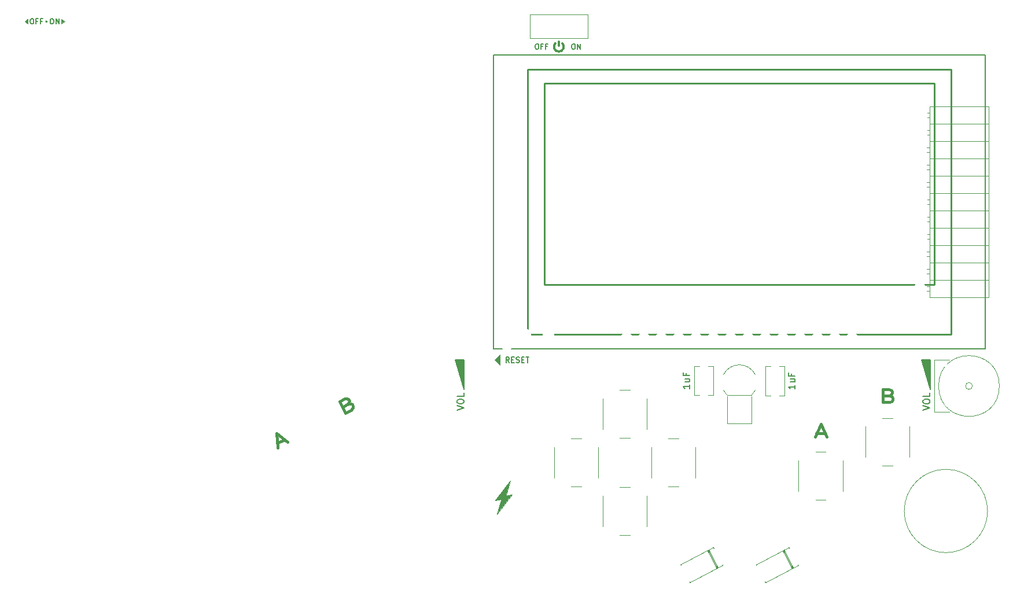
<source format=gbr>
G04 #@! TF.GenerationSoftware,KiCad,Pcbnew,(5.1.9-0-10_14)*
G04 #@! TF.CreationDate,2021-04-12T21:43:25-07:00*
G04 #@! TF.ProjectId,system,73797374-656d-42e6-9b69-6361645f7063,1.0-dev5*
G04 #@! TF.SameCoordinates,Original*
G04 #@! TF.FileFunction,Legend,Top*
G04 #@! TF.FilePolarity,Positive*
%FSLAX46Y46*%
G04 Gerber Fmt 4.6, Leading zero omitted, Abs format (unit mm)*
G04 Created by KiCad (PCBNEW (5.1.9-0-10_14)) date 2021-04-12 21:43:25*
%MOMM*%
%LPD*%
G01*
G04 APERTURE LIST*
%ADD10C,0.381000*%
%ADD11C,0.250000*%
%ADD12C,0.100000*%
%ADD13C,0.177800*%
%ADD14C,0.304800*%
%ADD15C,0.120000*%
%ADD16C,0.150000*%
%ADD17C,0.050800*%
%ADD18C,0.300000*%
%ADD19O,1.801600X1.801600*%
%ADD20C,1.801600*%
%ADD21C,1.851600*%
%ADD22C,2.101600*%
%ADD23C,3.851600*%
%ADD24C,1.401600*%
%ADD25C,0.609600*%
%ADD26C,5.501599*%
%ADD27C,5.501600*%
%ADD28C,1.701600*%
%ADD29O,1.701600X1.701600*%
%ADD30C,1.625600*%
%ADD31C,2.201600*%
%ADD32C,1.621600*%
G04 APERTURE END LIST*
D10*
X161562428Y-123307928D02*
X161925285Y-123398642D01*
X162046238Y-123489357D01*
X162167190Y-123670785D01*
X162167190Y-123942928D01*
X162046238Y-124124357D01*
X161925285Y-124215071D01*
X161683380Y-124305785D01*
X160715761Y-124305785D01*
X160715761Y-122400785D01*
X161562428Y-122400785D01*
X161804333Y-122491500D01*
X161925285Y-122582214D01*
X162046238Y-122763642D01*
X162046238Y-122945071D01*
X161925285Y-123126500D01*
X161804333Y-123217214D01*
X161562428Y-123307928D01*
X160715761Y-123307928D01*
X150997238Y-128841500D02*
X152206761Y-128841500D01*
X150755333Y-129385785D02*
X151602000Y-127480785D01*
X152448666Y-129385785D01*
D11*
X38354000Y-68580000D02*
G75*
G03*
X38354000Y-68580000I-63500J0D01*
G01*
D12*
G36*
X40957500Y-68580000D02*
G01*
X40513000Y-68897500D01*
X40513000Y-68262500D01*
X40957500Y-68580000D01*
G37*
X40957500Y-68580000D02*
X40513000Y-68897500D01*
X40513000Y-68262500D01*
X40957500Y-68580000D01*
G36*
X35560000Y-68897500D02*
G01*
X35115500Y-68580000D01*
X35560000Y-68262500D01*
X35560000Y-68897500D01*
G37*
X35560000Y-68897500D02*
X35115500Y-68580000D01*
X35560000Y-68262500D01*
X35560000Y-68897500D01*
D13*
X115352285Y-71845714D02*
X115497428Y-71845714D01*
X115570000Y-71882000D01*
X115642571Y-71954571D01*
X115678857Y-72099714D01*
X115678857Y-72353714D01*
X115642571Y-72498857D01*
X115570000Y-72571428D01*
X115497428Y-72607714D01*
X115352285Y-72607714D01*
X115279714Y-72571428D01*
X115207142Y-72498857D01*
X115170857Y-72353714D01*
X115170857Y-72099714D01*
X115207142Y-71954571D01*
X115279714Y-71882000D01*
X115352285Y-71845714D01*
X116005428Y-72607714D02*
X116005428Y-71845714D01*
X116440857Y-72607714D01*
X116440857Y-71845714D01*
X39025285Y-68162714D02*
X39170428Y-68162714D01*
X39243000Y-68199000D01*
X39315571Y-68271571D01*
X39351857Y-68416714D01*
X39351857Y-68670714D01*
X39315571Y-68815857D01*
X39243000Y-68888428D01*
X39170428Y-68924714D01*
X39025285Y-68924714D01*
X38952714Y-68888428D01*
X38880142Y-68815857D01*
X38843857Y-68670714D01*
X38843857Y-68416714D01*
X38880142Y-68271571D01*
X38952714Y-68199000D01*
X39025285Y-68162714D01*
X39678428Y-68924714D02*
X39678428Y-68162714D01*
X40113857Y-68924714D01*
X40113857Y-68162714D01*
X36104285Y-68162714D02*
X36249428Y-68162714D01*
X36322000Y-68199000D01*
X36394571Y-68271571D01*
X36430857Y-68416714D01*
X36430857Y-68670714D01*
X36394571Y-68815857D01*
X36322000Y-68888428D01*
X36249428Y-68924714D01*
X36104285Y-68924714D01*
X36031714Y-68888428D01*
X35959142Y-68815857D01*
X35922857Y-68670714D01*
X35922857Y-68416714D01*
X35959142Y-68271571D01*
X36031714Y-68199000D01*
X36104285Y-68162714D01*
X37011428Y-68525571D02*
X36757428Y-68525571D01*
X36757428Y-68924714D02*
X36757428Y-68162714D01*
X37120285Y-68162714D01*
X37664571Y-68525571D02*
X37410571Y-68525571D01*
X37410571Y-68924714D02*
X37410571Y-68162714D01*
X37773428Y-68162714D01*
D12*
G36*
X104267000Y-140716000D02*
G01*
X105029000Y-138049000D01*
X106426000Y-137795000D01*
X104267000Y-140716000D01*
G37*
X104267000Y-140716000D02*
X105029000Y-138049000D01*
X106426000Y-137795000D01*
X104267000Y-140716000D01*
G36*
X105410000Y-138430000D02*
G01*
X104013000Y-138684000D01*
X106172000Y-135763000D01*
X105410000Y-138430000D01*
G37*
X105410000Y-138430000D02*
X104013000Y-138684000D01*
X106172000Y-135763000D01*
X105410000Y-138430000D01*
G36*
X104648000Y-118872000D02*
G01*
X103886000Y-118110000D01*
X104648000Y-117348000D01*
X104648000Y-118872000D01*
G37*
X104648000Y-118872000D02*
X103886000Y-118110000D01*
X104648000Y-117348000D01*
X104648000Y-118872000D01*
D14*
X113284000Y-71501000D02*
X113284000Y-72136000D01*
X112776000Y-71755000D02*
G75*
G03*
X113792000Y-71755000I508000J-508000D01*
G01*
D13*
X110018285Y-71845714D02*
X110163428Y-71845714D01*
X110236000Y-71882000D01*
X110308571Y-71954571D01*
X110344857Y-72099714D01*
X110344857Y-72353714D01*
X110308571Y-72498857D01*
X110236000Y-72571428D01*
X110163428Y-72607714D01*
X110018285Y-72607714D01*
X109945714Y-72571428D01*
X109873142Y-72498857D01*
X109836857Y-72353714D01*
X109836857Y-72099714D01*
X109873142Y-71954571D01*
X109945714Y-71882000D01*
X110018285Y-71845714D01*
X110925428Y-72208571D02*
X110671428Y-72208571D01*
X110671428Y-72607714D02*
X110671428Y-71845714D01*
X111034285Y-71845714D01*
X111578571Y-72208571D02*
X111324571Y-72208571D01*
X111324571Y-72607714D02*
X111324571Y-71845714D01*
X111687428Y-71845714D01*
D15*
X147610060Y-148508852D02*
X146252519Y-145901040D01*
X147397178Y-148619671D02*
X146039637Y-146011860D01*
X147503619Y-148564262D02*
X146146078Y-145956450D01*
X142119049Y-148052789D02*
X142179076Y-148168100D01*
X146944388Y-145540876D02*
X142119049Y-148052789D01*
X147004415Y-145656187D02*
X146944388Y-145540876D01*
X143476590Y-150660600D02*
X143416562Y-150545289D01*
X148301929Y-148148688D02*
X143476590Y-150660600D01*
X148241901Y-148033377D02*
X148301929Y-148148688D01*
X136589083Y-148508852D02*
X135231542Y-145901040D01*
X136376201Y-148619671D02*
X135018660Y-146011860D01*
X136482642Y-148564262D02*
X135125101Y-145956450D01*
X131098072Y-148052789D02*
X131158099Y-148168100D01*
X135923411Y-145540876D02*
X131098072Y-148052789D01*
X135983438Y-145656187D02*
X135923411Y-145540876D01*
X132455613Y-150660600D02*
X132395585Y-150545289D01*
X137280952Y-148148688D02*
X132455613Y-150660600D01*
X137220924Y-148033377D02*
X137280952Y-148148688D01*
X167576000Y-95356000D02*
X167226000Y-95356000D01*
X167576000Y-94636000D02*
X167226000Y-94636000D01*
X167576000Y-92816000D02*
X167166000Y-92816000D01*
X167576000Y-92096000D02*
X167166000Y-92096000D01*
X167576000Y-90276000D02*
X167166000Y-90276000D01*
X167576000Y-89556000D02*
X167166000Y-89556000D01*
X167576000Y-87736000D02*
X167166000Y-87736000D01*
X167576000Y-87016000D02*
X167166000Y-87016000D01*
X176206000Y-93726000D02*
X167576000Y-93726000D01*
X176206000Y-91186000D02*
X167576000Y-91186000D01*
X176206000Y-88646000D02*
X167576000Y-88646000D01*
X176206000Y-96266000D02*
X167576000Y-96266000D01*
X167576000Y-98806000D02*
X167576000Y-81026000D01*
X176206000Y-86106000D02*
X167576000Y-86106000D01*
X176206000Y-98806000D02*
X176206000Y-81026000D01*
X176206000Y-98806000D02*
X167576000Y-98806000D01*
X176206000Y-81026000D02*
X167576000Y-81026000D01*
X167576000Y-97896000D02*
X167226000Y-97896000D01*
X167576000Y-97176000D02*
X167226000Y-97176000D01*
X167576000Y-85196000D02*
X167226000Y-85196000D01*
X167576000Y-84476000D02*
X167226000Y-84476000D01*
X176206000Y-108966000D02*
X167576000Y-108966000D01*
X176206000Y-106426000D02*
X167576000Y-106426000D01*
X167576000Y-102976000D02*
X167166000Y-102976000D01*
X167576000Y-102256000D02*
X167166000Y-102256000D01*
X167576000Y-108056000D02*
X167166000Y-108056000D01*
X167576000Y-107336000D02*
X167166000Y-107336000D01*
X167576000Y-108966000D02*
X167576000Y-98806000D01*
X176206000Y-101346000D02*
X167576000Y-101346000D01*
X176206000Y-103886000D02*
X167576000Y-103886000D01*
X176206000Y-108966000D02*
X167576000Y-108966000D01*
X167576000Y-105516000D02*
X167166000Y-105516000D01*
X167576000Y-104796000D02*
X167166000Y-104796000D01*
X176206000Y-108966000D02*
X176206000Y-98806000D01*
X167576000Y-100436000D02*
X167226000Y-100436000D01*
X167576000Y-99716000D02*
X167226000Y-99716000D01*
X167576000Y-81936000D02*
X167226000Y-81936000D01*
X167576000Y-82656000D02*
X167226000Y-82656000D01*
X176206000Y-83566000D02*
X167576000Y-83566000D01*
D16*
G36*
X98171000Y-118110000D02*
G01*
X99421000Y-122428000D01*
X99421000Y-118110000D01*
X98171000Y-118110000D01*
G37*
X98171000Y-118110000D02*
X99421000Y-122428000D01*
X99421000Y-118110000D01*
X98171000Y-118110000D01*
D11*
X168200000Y-77596000D02*
X168200000Y-107096000D01*
X111200000Y-77596000D02*
X111200000Y-107096000D01*
X108700000Y-114396000D02*
X170700000Y-114396000D01*
X170700000Y-75596000D02*
X170700000Y-114396000D01*
X108700000Y-75596000D02*
X108700000Y-114396000D01*
X108700000Y-75596000D02*
X170700000Y-75596000D01*
X111200000Y-107096000D02*
X168200000Y-107096000D01*
X111200000Y-77596000D02*
X168200000Y-77596000D01*
D16*
X103700000Y-73496000D02*
X103700000Y-116496000D01*
X175700000Y-73496000D02*
X175700000Y-116496000D01*
X103700000Y-116496000D02*
X175700000Y-116496000D01*
X103700000Y-73496000D02*
X175700000Y-73496000D01*
D15*
X152352000Y-131553000D02*
X150852000Y-131553000D01*
X148352000Y-132803000D02*
X148352000Y-137303000D01*
X150852000Y-138553000D02*
X152352000Y-138553000D01*
X154852000Y-137303000D02*
X154852000Y-132803000D01*
X162131000Y-126600000D02*
X160631000Y-126600000D01*
X158131000Y-127850000D02*
X158131000Y-132350000D01*
X160631000Y-133600000D02*
X162131000Y-133600000D01*
X164631000Y-132350000D02*
X164631000Y-127850000D01*
X123686000Y-122484000D02*
X122186000Y-122484000D01*
X119686000Y-123734000D02*
X119686000Y-128234000D01*
X122186000Y-129484000D02*
X123686000Y-129484000D01*
X126186000Y-128234000D02*
X126186000Y-123734000D01*
X122186000Y-143708000D02*
X123686000Y-143708000D01*
X126186000Y-142458000D02*
X126186000Y-137958000D01*
X123686000Y-136708000D02*
X122186000Y-136708000D01*
X119686000Y-137958000D02*
X119686000Y-142458000D01*
X116574000Y-129596000D02*
X115074000Y-129596000D01*
X112574000Y-130846000D02*
X112574000Y-135346000D01*
X115074000Y-136596000D02*
X116574000Y-136596000D01*
X119074000Y-135346000D02*
X119074000Y-130846000D01*
X129298000Y-136596000D02*
X130798000Y-136596000D01*
X133298000Y-135346000D02*
X133298000Y-130846000D01*
X130798000Y-129596000D02*
X129298000Y-129596000D01*
X126798000Y-130846000D02*
X126798000Y-135346000D01*
D16*
G36*
X166370000Y-118110000D02*
G01*
X167620000Y-122428000D01*
X167620000Y-118110000D01*
X166370000Y-118110000D01*
G37*
X166370000Y-118110000D02*
X167620000Y-122428000D01*
X167620000Y-118110000D01*
X166370000Y-118110000D01*
D15*
X173804000Y-121920000D02*
G75*
G03*
X173804000Y-121920000I-500000J0D01*
G01*
X168224000Y-118110000D02*
X170434000Y-118110000D01*
X177749000Y-121920000D02*
G75*
G03*
X177749000Y-121920000I-4445000J0D01*
G01*
X168224000Y-125730000D02*
X170434000Y-125730000D01*
X168224000Y-125730000D02*
X168224000Y-118110000D01*
X176026000Y-140208000D02*
G75*
G03*
X176026000Y-140208000I-6100000J0D01*
G01*
X133828000Y-123258000D02*
X133123000Y-123258000D01*
X135863000Y-123258000D02*
X135158000Y-123258000D01*
X133828000Y-119018000D02*
X133123000Y-119018000D01*
X135863000Y-119018000D02*
X135158000Y-119018000D01*
X133123000Y-119018000D02*
X133123000Y-123258000D01*
X135863000Y-119018000D02*
X135863000Y-123258000D01*
X143537000Y-123298000D02*
X143537000Y-119058000D01*
X146277000Y-123298000D02*
X146277000Y-119058000D01*
X143537000Y-123298000D02*
X144242000Y-123298000D01*
X145572000Y-123298000D02*
X146277000Y-123298000D01*
X143537000Y-119058000D02*
X144242000Y-119058000D01*
X145572000Y-119058000D02*
X146277000Y-119058000D01*
X109029500Y-71018400D02*
X117538500Y-71018400D01*
X117538500Y-71018400D02*
X117538500Y-67513200D01*
X109029500Y-71018400D02*
X109029500Y-67513200D01*
X109029500Y-67513200D02*
X117538500Y-67513200D01*
D17*
X141478000Y-127381000D02*
X141478000Y-123444000D01*
X137922000Y-127381000D02*
X141478000Y-127381000D01*
X137922000Y-123444000D02*
X137922000Y-127381000D01*
D15*
X137900000Y-123262000D02*
X141500000Y-123262000D01*
X142024184Y-122534795D02*
G75*
G02*
X141500000Y-123262000I-2324184J1122795D01*
G01*
X142056400Y-120313193D02*
G75*
G03*
X139700000Y-118812000I-2356400J-1098807D01*
G01*
X137343600Y-120313193D02*
G75*
G02*
X139700000Y-118812000I2356400J-1098807D01*
G01*
X137375816Y-122534795D02*
G75*
G03*
X137900000Y-123262000I2324184J1122795D01*
G01*
D13*
X98376619Y-125488095D02*
X99392619Y-125149428D01*
X98376619Y-124810761D01*
X98376619Y-124278571D02*
X98376619Y-124085047D01*
X98425000Y-123988285D01*
X98521761Y-123891523D01*
X98715285Y-123843142D01*
X99053952Y-123843142D01*
X99247476Y-123891523D01*
X99344238Y-123988285D01*
X99392619Y-124085047D01*
X99392619Y-124278571D01*
X99344238Y-124375333D01*
X99247476Y-124472095D01*
X99053952Y-124520476D01*
X98715285Y-124520476D01*
X98521761Y-124472095D01*
X98425000Y-124375333D01*
X98376619Y-124278571D01*
X99392619Y-122923904D02*
X99392619Y-123407714D01*
X98376619Y-123407714D01*
D10*
X72067344Y-130322853D02*
X73140205Y-129764357D01*
X72104095Y-130917340D02*
X71975467Y-128836637D01*
X73606100Y-130135446D01*
X82334268Y-124604508D02*
X82698013Y-124517424D01*
X82847186Y-124542039D01*
X83038247Y-124647119D01*
X83163909Y-124888512D01*
X83140397Y-125105291D01*
X83074998Y-125241605D01*
X82902313Y-125433769D01*
X82044024Y-125880566D01*
X81164393Y-124190810D01*
X81915396Y-123799863D01*
X82171855Y-123768628D01*
X82321028Y-123793243D01*
X82512089Y-123898323D01*
X82595863Y-124059252D01*
X82572352Y-124276030D01*
X82506953Y-124412345D01*
X82334268Y-124604508D01*
X81583265Y-124995455D01*
D13*
X166575619Y-125488095D02*
X167591619Y-125149428D01*
X166575619Y-124810761D01*
X166575619Y-124278571D02*
X166575619Y-124085047D01*
X166624000Y-123988285D01*
X166720761Y-123891523D01*
X166914285Y-123843142D01*
X167252952Y-123843142D01*
X167446476Y-123891523D01*
X167543238Y-123988285D01*
X167591619Y-124085047D01*
X167591619Y-124278571D01*
X167543238Y-124375333D01*
X167446476Y-124472095D01*
X167252952Y-124520476D01*
X166914285Y-124520476D01*
X166720761Y-124472095D01*
X166624000Y-124375333D01*
X166575619Y-124278571D01*
X167591619Y-122923904D02*
X167591619Y-123407714D01*
X166575619Y-123407714D01*
D16*
X132445380Y-121733238D02*
X132445380Y-122304666D01*
X132445380Y-122018952D02*
X131445380Y-122018952D01*
X131588238Y-122114190D01*
X131683476Y-122209428D01*
X131731095Y-122304666D01*
X131778714Y-120876095D02*
X132445380Y-120876095D01*
X131778714Y-121304666D02*
X132302523Y-121304666D01*
X132397761Y-121257047D01*
X132445380Y-121161809D01*
X132445380Y-121018952D01*
X132397761Y-120923714D01*
X132350142Y-120876095D01*
X131921571Y-120066571D02*
X131921571Y-120399904D01*
X132445380Y-120399904D02*
X131445380Y-120399904D01*
X131445380Y-119923714D01*
X147859380Y-121773238D02*
X147859380Y-122344666D01*
X147859380Y-122058952D02*
X146859380Y-122058952D01*
X147002238Y-122154190D01*
X147097476Y-122249428D01*
X147145095Y-122344666D01*
X147192714Y-120916095D02*
X147859380Y-120916095D01*
X147192714Y-121344666D02*
X147716523Y-121344666D01*
X147811761Y-121297047D01*
X147859380Y-121201809D01*
X147859380Y-121058952D01*
X147811761Y-120963714D01*
X147764142Y-120916095D01*
X147335571Y-120106571D02*
X147335571Y-120439904D01*
X147859380Y-120439904D02*
X146859380Y-120439904D01*
X146859380Y-119963714D01*
X106026095Y-118471904D02*
X105759428Y-118090952D01*
X105568952Y-118471904D02*
X105568952Y-117671904D01*
X105873714Y-117671904D01*
X105949904Y-117710000D01*
X105988000Y-117748095D01*
X106026095Y-117824285D01*
X106026095Y-117938571D01*
X105988000Y-118014761D01*
X105949904Y-118052857D01*
X105873714Y-118090952D01*
X105568952Y-118090952D01*
X106368952Y-118052857D02*
X106635619Y-118052857D01*
X106749904Y-118471904D02*
X106368952Y-118471904D01*
X106368952Y-117671904D01*
X106749904Y-117671904D01*
X107054666Y-118433809D02*
X107168952Y-118471904D01*
X107359428Y-118471904D01*
X107435619Y-118433809D01*
X107473714Y-118395714D01*
X107511809Y-118319523D01*
X107511809Y-118243333D01*
X107473714Y-118167142D01*
X107435619Y-118129047D01*
X107359428Y-118090952D01*
X107207047Y-118052857D01*
X107130857Y-118014761D01*
X107092761Y-117976666D01*
X107054666Y-117900476D01*
X107054666Y-117824285D01*
X107092761Y-117748095D01*
X107130857Y-117710000D01*
X107207047Y-117671904D01*
X107397523Y-117671904D01*
X107511809Y-117710000D01*
X107854666Y-118052857D02*
X108121333Y-118052857D01*
X108235619Y-118471904D02*
X107854666Y-118471904D01*
X107854666Y-117671904D01*
X108235619Y-117671904D01*
X108464190Y-117671904D02*
X108921333Y-117671904D01*
X108692761Y-118471904D02*
X108692761Y-117671904D01*
%LPC*%
D18*
X77141378Y-138760262D02*
G75*
G02*
X73281622Y-131345738I-1929878J3707262D01*
G01*
X83060622Y-126392738D02*
G75*
G02*
X86920378Y-133807262I1929878J-3707262D01*
G01*
X86920378Y-133807262D02*
X77141378Y-138760262D01*
X83060622Y-126392738D02*
X73281622Y-131345738D01*
D16*
X37395000Y-66865500D02*
X37395000Y-67691000D01*
X36895000Y-66865500D02*
X36895000Y-67691000D01*
X36395000Y-66865500D02*
X36395000Y-67691000D01*
X40513000Y-67691000D02*
G75*
G02*
X40513000Y-69469000I0J-889000D01*
G01*
X35560000Y-69469000D02*
G75*
G02*
X35560000Y-67691000I0J889000D01*
G01*
X35560000Y-67691000D02*
X40513000Y-67691000D01*
X40513000Y-69469000D02*
X35560000Y-69469000D01*
D18*
X93654500Y-66675000D02*
X93654500Y-73660000D01*
X32964500Y-66675000D02*
X32964500Y-73660000D01*
X25400000Y-73660000D02*
X100965000Y-73660000D01*
X53657500Y-133096000D02*
G75*
G03*
X53657500Y-133096000I-7112000J0D01*
G01*
D19*
X107696000Y-132969000D03*
G36*
G01*
X142851749Y-149328620D02*
X142851749Y-149328620D01*
G75*
G02*
X142362357Y-150880772I-1020772J-531380D01*
G01*
X142362357Y-150880772D01*
G75*
G02*
X140810205Y-150391380I-531380J1020772D01*
G01*
X140810205Y-150391380D01*
G75*
G02*
X141299597Y-148839228I1020772J531380D01*
G01*
X141299597Y-148839228D01*
G75*
G02*
X142851749Y-149328620I531380J-1020772D01*
G01*
G37*
G36*
G01*
X149102848Y-144834384D02*
X150118695Y-146785807D01*
G75*
G02*
X150097092Y-146854324I-45060J-23457D01*
G01*
X148145669Y-147870171D01*
G75*
G02*
X148077152Y-147848568I-23457J45060D01*
G01*
X147061305Y-145897145D01*
G75*
G02*
X147082908Y-145828628I45060J23457D01*
G01*
X149034331Y-144812781D01*
G75*
G02*
X149102848Y-144834384I23457J-45060D01*
G01*
G37*
G36*
G01*
X131830772Y-149328620D02*
X131830772Y-149328620D01*
G75*
G02*
X131341380Y-150880772I-1020772J-531380D01*
G01*
X131341380Y-150880772D01*
G75*
G02*
X129789228Y-150391380I-531380J1020772D01*
G01*
X129789228Y-150391380D01*
G75*
G02*
X130278620Y-148839228I1020772J531380D01*
G01*
X130278620Y-148839228D01*
G75*
G02*
X131830772Y-149328620I531380J-1020772D01*
G01*
G37*
G36*
G01*
X138081871Y-144834384D02*
X139097718Y-146785807D01*
G75*
G02*
X139076115Y-146854324I-45060J-23457D01*
G01*
X137124692Y-147870171D01*
G75*
G02*
X137056175Y-147848568I-23457J45060D01*
G01*
X136040328Y-145897145D01*
G75*
G02*
X136061931Y-145828628I45060J23457D01*
G01*
X138013354Y-144812781D01*
G75*
G02*
X138081871Y-144834384I23457J-45060D01*
G01*
G37*
X166116000Y-84836000D03*
X166116000Y-100076000D03*
X166116000Y-107696000D03*
X166116000Y-102616000D03*
X166116000Y-105156000D03*
X166116000Y-82296000D03*
D20*
X166116000Y-97536000D03*
D19*
X166116000Y-87376000D03*
X166116000Y-89916000D03*
X166116000Y-92456000D03*
D20*
X166116000Y-94996000D03*
D21*
X156210000Y-109920000D03*
X153670000Y-109920000D03*
X151130000Y-109920000D03*
X148590000Y-109920000D03*
X146050000Y-109920000D03*
X143510000Y-109920000D03*
X140970000Y-109920000D03*
X138430000Y-109920000D03*
X135890000Y-109920000D03*
X133350000Y-109920000D03*
X130810000Y-109920000D03*
X128270000Y-109920000D03*
X125730000Y-109920000D03*
X123190000Y-109920000D03*
X123190000Y-115000000D03*
X125730000Y-115000000D03*
X128270000Y-115000000D03*
X130810000Y-115000000D03*
X133350000Y-115000000D03*
X135890000Y-115000000D03*
X156210000Y-115000000D03*
X153670000Y-115000000D03*
X151130000Y-115000000D03*
X148590000Y-115000000D03*
X146050000Y-115000000D03*
X143510000Y-115000000D03*
X138430000Y-115000000D03*
X140970000Y-115000000D03*
D20*
X106200000Y-102616000D03*
X106200000Y-100076000D03*
X106200000Y-97536000D03*
X106200000Y-94996000D03*
X106200000Y-92456000D03*
X106200000Y-89916000D03*
X106200000Y-87376000D03*
D22*
X153852000Y-138303000D03*
X149352000Y-138303000D03*
X153852000Y-131803000D03*
X149352000Y-131803000D03*
X163631000Y-133350000D03*
X159131000Y-133350000D03*
X163631000Y-126850000D03*
X159131000Y-126850000D03*
X125186000Y-129234000D03*
X120686000Y-129234000D03*
X125186000Y-122734000D03*
X120686000Y-122734000D03*
X120686000Y-136958000D03*
X125186000Y-136958000D03*
X120686000Y-143458000D03*
X125186000Y-143458000D03*
X118074000Y-136346000D03*
X113574000Y-136346000D03*
X118074000Y-129846000D03*
X113574000Y-129846000D03*
X127798000Y-129846000D03*
X132298000Y-129846000D03*
X127798000Y-136346000D03*
X132298000Y-136346000D03*
D23*
X249999500Y-70104000D03*
X232854500Y-151130000D03*
X182181500Y-70104000D03*
X182181500Y-151130000D03*
D24*
X170434000Y-121920000D03*
X170434000Y-124460000D03*
X170434000Y-119380000D03*
D23*
X97218500Y-70104000D03*
X80073500Y-151130000D03*
X29400500Y-70104000D03*
X29400500Y-151130000D03*
D25*
X178911000Y-131318000D03*
X178911000Y-130429000D03*
X178911000Y-132207000D03*
X176879000Y-130429000D03*
X176879000Y-131318000D03*
X176879000Y-132207000D03*
X176879000Y-97028000D03*
X176879000Y-96139000D03*
X176879000Y-95250000D03*
X178911000Y-97028000D03*
X178911000Y-95250000D03*
X178911000Y-96139000D03*
X100489000Y-96139000D03*
X100489000Y-97028000D03*
X100489000Y-95250000D03*
X102521000Y-97028000D03*
X102521000Y-96139000D03*
X102521000Y-95250000D03*
X102521000Y-130429000D03*
X102521000Y-131318000D03*
X102521000Y-132207000D03*
X100489000Y-130429000D03*
X100489000Y-132207000D03*
X100489000Y-131318000D03*
D26*
X105791000Y-151130000D03*
X105791000Y-70104000D03*
X156464000Y-151130000D03*
D27*
X173609000Y-70104000D03*
D21*
X172426000Y-140208000D03*
X167426000Y-140208000D03*
D28*
X134493000Y-119888000D03*
X134493000Y-122388000D03*
X144907000Y-119928000D03*
X144907000Y-122428000D03*
X111760000Y-114300000D03*
D29*
X111760000Y-121920000D03*
D30*
X110794800Y-70104000D03*
X113284000Y-70104000D03*
X115773200Y-70104000D03*
D31*
X108154000Y-121584000D03*
D21*
X105664000Y-120324000D03*
X105664000Y-115824000D03*
D31*
X108154000Y-114574000D03*
D20*
X114554000Y-145161000D03*
X112014000Y-145161000D03*
X117094000Y-145161000D03*
X109474000Y-145161000D03*
D32*
X137160000Y-121412000D03*
X142240000Y-121412000D03*
X139700000Y-121412000D03*
M02*

</source>
